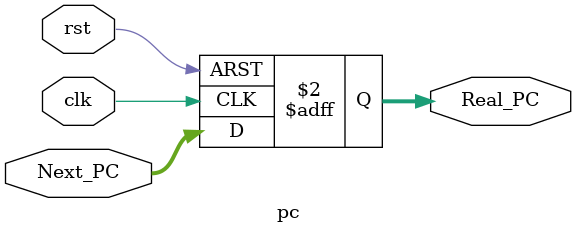
<source format=v>
`timescale 1ns / 1ps


module pc(
    input clk,rst,
    input [31:0] Next_PC,
    output reg [31:0] Real_PC
    );
    always @(posedge clk,posedge rst)
        begin
            if(rst)
                Real_PC <= 0;
            else
                Real_PC <= Next_PC;
        end
endmodule

</source>
